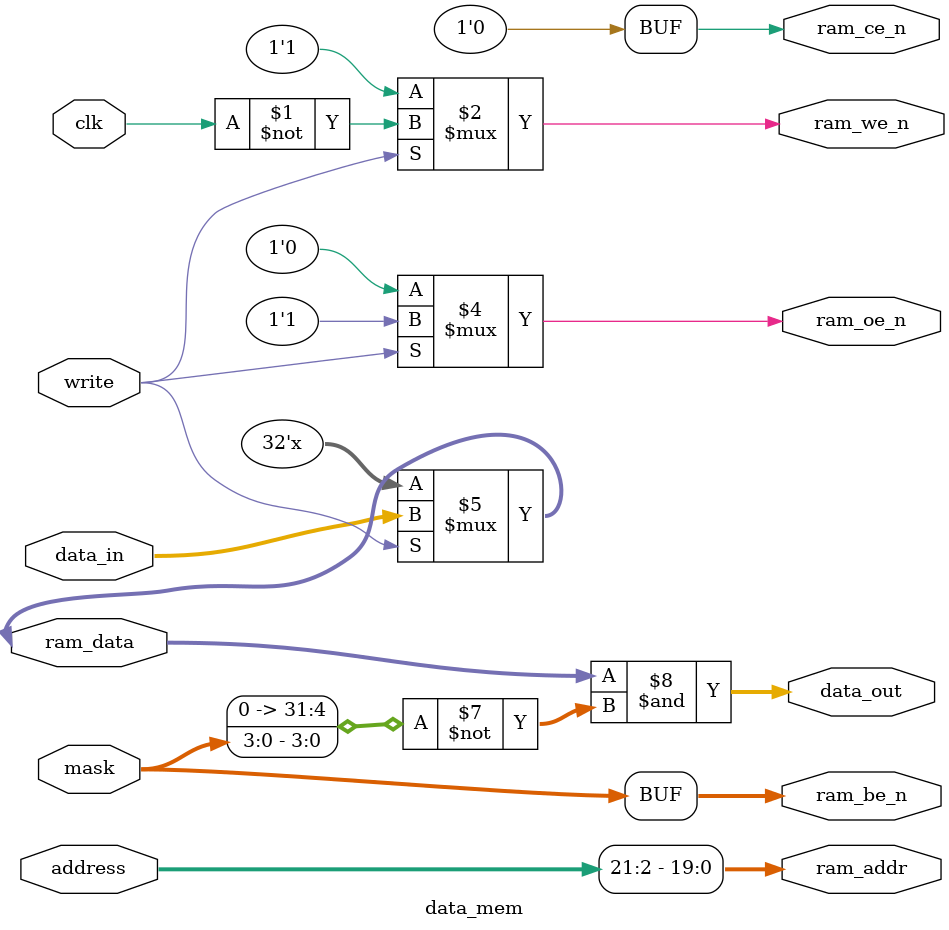
<source format=v>
`timescale 1ns / 1ps

module data_mem(
    input wire clk,
    input wire[3:0] mask,
    input wire write,
    input wire[31:0] address,
    input wire[31:0] data_in,
    output wire[31:0] data_out,

    inout wire[31:0] ram_data,
    output wire[19:0] ram_addr,
    output wire[3:0] ram_be_n,
    output wire ram_ce_n, 
    output wire ram_oe_n, 
    output wire ram_we_n 
);

// TODO: integrate uart
assign ram_ce_n = 1'b0;
assign ram_we_n = write ? ~clk : 1'b1;
assign ram_oe_n = ~write ? 1'b0 : 1'b1;
assign ram_be_n = mask;
assign ram_addr = address[21:2];
assign ram_data = write ? data_in : 32'bz;
assign data_out = ram_data & ~mask;

endmodule

</source>
